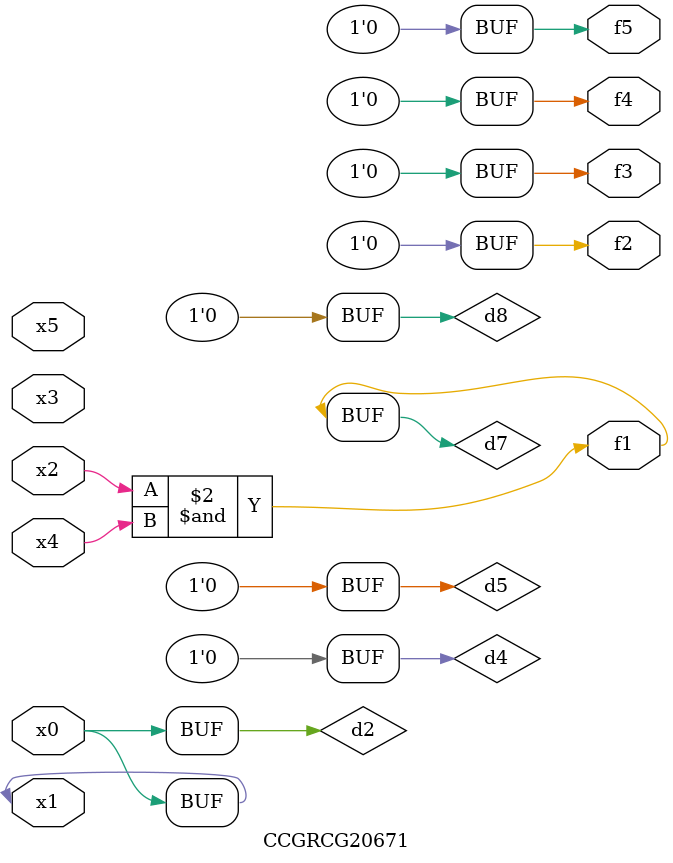
<source format=v>
module CCGRCG20671(
	input x0, x1, x2, x3, x4, x5,
	output f1, f2, f3, f4, f5
);

	wire d1, d2, d3, d4, d5, d6, d7, d8, d9;

	nand (d1, x1);
	buf (d2, x0, x1);
	nand (d3, x2, x4);
	and (d4, d1, d2);
	and (d5, d1, d2);
	nand (d6, d1, d3);
	not (d7, d3);
	xor (d8, d5);
	nor (d9, d5, d6);
	assign f1 = d7;
	assign f2 = d8;
	assign f3 = d8;
	assign f4 = d8;
	assign f5 = d8;
endmodule

</source>
